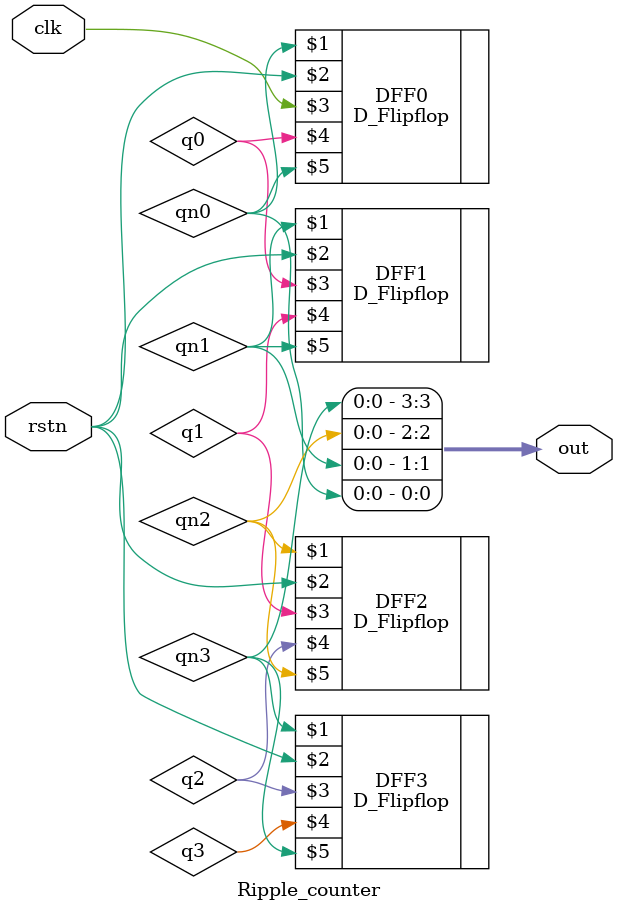
<source format=v>
module Ripple_counter(clk,rstn,out);
input clk,rstn;
output [3:0] out;
wire q0,qn0,q1,qn1,q2,qn,q3,qn3;
D_Flipflop DFF0(qn0,rstn,clk,q0,qn0);
D_Flipflop DFF1(qn1,rstn,q0,q1,qn1);
D_Flipflop DFF2(qn2,rstn,q1,q2,qn2);
D_Flipflop DFF3(qn3,rstn,q2,q3,qn3);
assign out = {qn3,qn2,qn1,qn0};
endmodule
</source>
